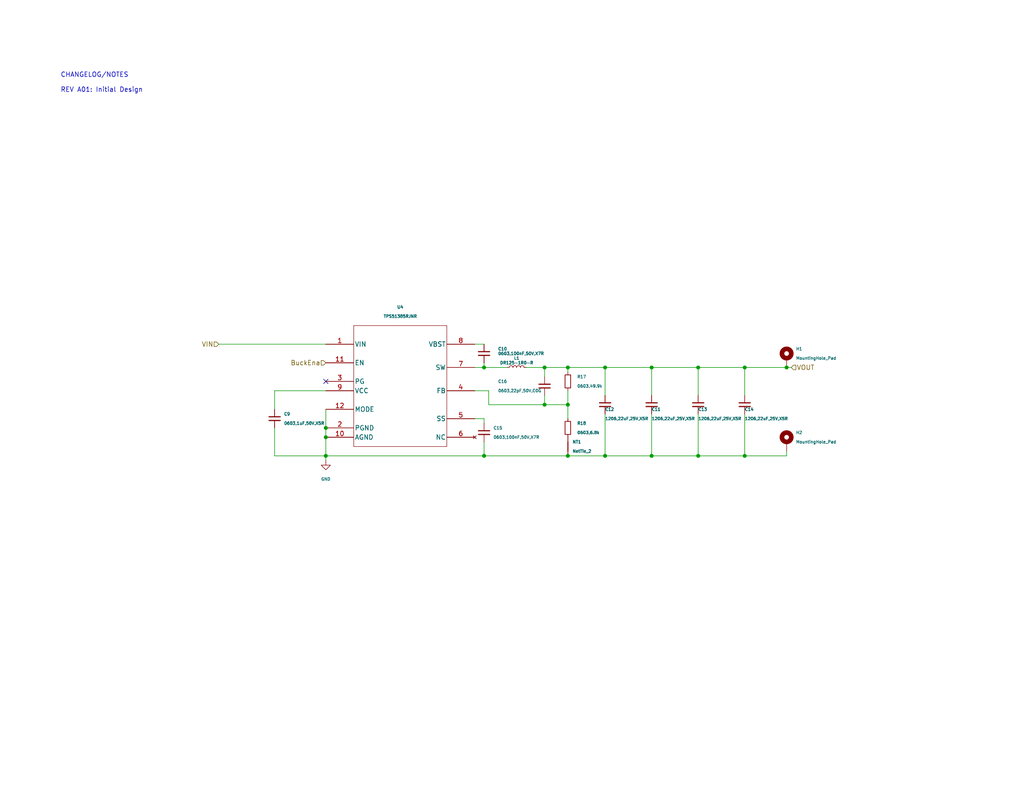
<source format=kicad_sch>
(kicad_sch (version 20230121) (generator eeschema)
  (paper "USLetter")
  (title_block (date "2024-02-03") (rev "A01"))
  (lib_symbols
    (symbol "Device:L_Small" (pin_numbers hide) (pin_names (offset 0.254) hide)
      (property "Reference" "L" (at 0.762 1.016 0))
      (property "Value" "L_Small" (at 0.762 -1.016 0))
      (symbol "L_Small_0_1"
        (arc (start 0 -2.032) (mid 0.5058 -1.524) (end 0 -1.016))
        (arc (start 0 -1.016) (mid 0.5058 -0.508) (end 0 0))
        (arc (start 0 0) (mid 0.5058 0.508) (end 0 1.016))
        (arc (start 0 1.016) (mid 0.5058 1.524) (end 0 2.032))
      )
      (symbol "L_Small_1_1"
        (pin passive line (at 0 2.54 270) (length 0.508) (name "~") (number "1"))
        (pin passive line (at 0 -2.54 90) (length 0.508) (name "~") (number "2"))
      )
    )
    (symbol "Device:NetTie_2" (pin_numbers hide) (pin_names (offset 0) hide) (in_bom no)
      (property "Reference" "NT" (at 0 1.27 0))
      (property "Value" "NetTie_2" (at 0 -1.27 0))
      (symbol "NetTie_2_0_1"
        (polyline (pts (xy -1.27 0) (xy 1.27 0)) (stroke (width 0.254)))
      )
      (symbol "NetTie_2_1_1"
        (pin passive line (at -2.54 0 0) (length 2.54) (name "1") (number "1"))
        (pin passive line (at 2.54 0 180) (length 2.54) (name "2") (number "2"))
      )
    )
    (symbol "Mechanical:MountingHole_Pad" (pin_numbers hide) (pin_names (offset 1.016) hide)
      (property "Reference" "H" (at 0 6.35 0))
      (property "Value" "MountingHole_Pad" (at 0 4.445 0))
      (symbol "MountingHole_Pad_0_1"
        (circle (center 0 1.27) (radius 1.27) (stroke (width 1.27)))
      )
      (symbol "MountingHole_Pad_1_1"
        (pin input line (at 0 -2.54 90) (length 2.54) (name "1") (number "1"))
      )
    )
    (symbol "WS_LCSC_ICs:TPS51385RJNR" (pin_names (offset 0.254))
      (property "Reference" "U" (at 20.32 10.16 0))
      (property "Value" "TPS51385RJNR" (at 20.32 7.62 0))
      (symbol "TPS51385RJNR_0_1"
        (polyline (pts (xy 7.62 -27.94) (xy 33.02 -27.94)) (stroke (width 0.127)))
        (polyline (pts (xy 7.62 5.08) (xy 7.62 -27.94)) (stroke (width 0.127)))
        (polyline (pts (xy 33.02 -27.94) (xy 33.02 5.08)) (stroke (width 0.127)))
        (polyline (pts (xy 33.02 5.08) (xy 7.62 5.08)) (stroke (width 0.127)))
        (pin power_in line (at 0 0 0) (length 7.62) (name "VIN") (number "1"))
        (pin power_out line (at 0 -25.4 0) (length 7.62) (name "AGND") (number "10"))
        (pin input line (at 0 -5.08 0) (length 7.62) (name "EN") (number "11"))
        (pin input line (at 0 -17.78 0) (length 7.62) (name "MODE") (number "12"))
        (pin power_out line (at 0 -22.86 0) (length 7.62) (name "PGND") (number "2"))
        (pin output line (at 0 -10.16 0) (length 7.62) (name "PG") (number "3"))
        (pin input line (at 40.64 -12.7 180) (length 7.62) (name "FB") (number "4"))
        (pin output line (at 40.64 -20.32 180) (length 7.62) (name "SS") (number "5"))
        (pin no_connect line (at 40.64 -25.4 180) (length 7.62) (name "NC") (number "6"))
        (pin output line (at 40.64 -6.35 180) (length 7.62) (name "SW") (number "7"))
        (pin input line (at 40.64 0 180) (length 7.62) (name "VBST") (number "8"))
        (pin output line (at 0 -12.7 0) (length 7.62) (name "VCC") (number "9"))
      )
    )
    (symbol "jlcpcb-basic-capacitor:0402,100nF,16V,X7R "
      (property "Reference" "C" (at 1.71 0.508 0))
      (property "Value" "0402,100nF,16V,X7R " (at 1.71 -1.016 0))
      (symbol "0402,100nF,16V,X7R _0_0"
        (polyline (pts (xy -1.524 -0.508) (xy 1.524 -0.508)) (stroke (width 0.3048)))
        (polyline (pts (xy -1.524 0.508) (xy 1.524 0.508)) (stroke (width 0.3048)))
        (pin passive line (at 0 2.54 270) (length 2.032) (name "~") (number "1"))
        (pin passive line (at 0 -2.54 90) (length 2.032) (name "~") (number "2"))
      )
    )
    (symbol "jlcpcb-basic-capacitor:0402,100nF,50V,X7R "
      (property "Reference" "C" (at 1.71 0.508 0))
      (property "Value" "0402,100nF,50V,X7R " (at 1.71 -1.016 0))
      (symbol "0402,100nF,50V,X7R _0_0"
        (polyline (pts (xy -1.524 -0.508) (xy 1.524 -0.508)) (stroke (width 0.3048)))
        (polyline (pts (xy -1.524 0.508) (xy 1.524 0.508)) (stroke (width 0.3048)))
        (pin passive line (at 0 2.54 270) (length 2.032) (name "~") (number "1"))
        (pin passive line (at 0 -2.54 90) (length 2.032) (name "~") (number "2"))
      )
    )
    (symbol "jlcpcb-basic-capacitor:0402,1uF,25V,X5R "
      (property "Reference" "C" (at 1.71 0.508 0))
      (property "Value" "0402,1uF,25V,X5R " (at 1.71 -1.016 0))
      (symbol "0402,1uF,25V,X5R _0_0"
        (polyline (pts (xy -1.524 -0.508) (xy 1.524 -0.508)) (stroke (width 0.3048)))
        (polyline (pts (xy -1.524 0.508) (xy 1.524 0.508)) (stroke (width 0.3048)))
        (pin passive line (at 0 2.54 270) (length 2.032) (name "~") (number "1"))
        (pin passive line (at 0 -2.54 90) (length 2.032) (name "~") (number "2"))
      )
    )
    (symbol "jlcpcb-basic-capacitor:0402,22pF,50V,C0G "
      (property "Reference" "C" (at 1.71 0.508 0))
      (property "Value" "0402,22pF,50V,C0G " (at 1.71 -1.016 0))
      (symbol "0402,22pF,50V,C0G _0_0"
        (polyline (pts (xy -1.524 -0.508) (xy 1.524 -0.508)) (stroke (width 0.3048)))
        (polyline (pts (xy -1.524 0.508) (xy 1.524 0.508)) (stroke (width 0.3048)))
        (pin passive line (at 0 2.54 270) (length 2.032) (name "~") (number "1"))
        (pin passive line (at 0 -2.54 90) (length 2.032) (name "~") (number "2"))
      )
    )
    (symbol "jlcpcb-basic-capacitor:1206,22uF,25V,X5R "
      (property "Reference" "C" (at 1.71 0.508 0))
      (property "Value" "1206,22uF,25V,X5R " (at 1.71 -1.016 0))
      (symbol "1206,22uF,25V,X5R _0_0"
        (polyline (pts (xy -1.524 -0.508) (xy 1.524 -0.508)) (stroke (width 0.3048)))
        (polyline (pts (xy -1.524 0.508) (xy 1.524 0.508)) (stroke (width 0.3048)))
        (pin passive line (at 0 2.54 270) (length 2.032) (name "~") (number "1"))
        (pin passive line (at 0 -2.54 90) (length 2.032) (name "~") (number "2"))
      )
    )
    (symbol "jlcpcb-basic-resistor:0402,49.9k"
      (property "Reference" "R" (at 0.762 0.508 0))
      (property "Value" "0402,49.9k" (at 0.762 -1.016 0))
      (symbol "0402,49.9k_0_0"
        (rectangle (start -0.762 1.778) (end 0.762 -1.778) (stroke (width 0.2032)))
        (pin passive line (at 0 2.54 270) (length 0.762) (name "~") (number "1"))
        (pin passive line (at 0 -2.54 90) (length 0.762) (name "~") (number "2"))
      )
    )
    (symbol "jlcpcb-basic-resistor:0402,6.8k"
      (property "Reference" "R" (at 0.762 0.508 0))
      (property "Value" "0402,6.8k" (at 0.762 -1.016 0))
      (symbol "0402,6.8k_0_0"
        (rectangle (start -0.762 1.778) (end 0.762 -1.778) (stroke (width 0.2032)))
        (pin passive line (at 0 2.54 270) (length 0.762) (name "~") (number "1"))
        (pin passive line (at 0 -2.54 90) (length 0.762) (name "~") (number "2"))
      )
    )
    (symbol "power:GND" (power) (pin_names (offset 0))
      (property "Value" "GND" (at 0 -3.81 0))
      (symbol "GND_0_1"
        (polyline (pts (xy 0 0) (xy 0 -1.27) (xy 1.27 -1.27) (xy 0 -2.54) (xy -1.27 -1.27) (xy 0 -1.27)))
      )
      (symbol "GND_1_1"
        (pin power_in line (at 0 0 270) (length 0) hide (name "GND") (number "1"))
      )
    )
  )
  (junction (at 132.08 124.46))
  (junction (at 165.1 100.33))
  (junction (at 154.94 110.49))
  (junction (at 132.08 100.33))
  (junction (at 154.94 100.33))
  (junction (at 88.9 124.46))
  (junction (at 190.5 100.33))
  (junction (at 203.2 124.46))
  (junction (at 203.2 100.33))
  (junction (at 190.5 124.46))
  (junction (at 154.94 124.46))
  (junction (at 177.8 100.33))
  (junction (at 88.9 116.84))
  (junction (at 214.63 100.33))
  (junction (at 177.8 124.46))
  (junction (at 148.59 100.33))
  (junction (at 88.9 119.38))
  (junction (at 165.1 124.46))
  (junction (at 148.59 110.49))
  (no_connect (at 88.9 104.14))
  (wire (pts (xy 165.1 107.95) (xy 165.1 100.33)))
  (wire (pts (xy 177.8 100.33) (xy 177.8 107.95)))
  (wire (pts (xy 132.08 99.06) (xy 132.08 100.33)))
  (wire (pts (xy 148.59 110.49) (xy 154.94 110.49)))
  (wire (pts (xy 129.54 93.98) (xy 132.08 93.98)))
  (wire (pts (xy 190.5 113.03) (xy 190.5 124.46)))
  (wire (pts (xy 132.08 100.33) (xy 129.54 100.33)))
  (wire (pts (xy 132.08 124.46) (xy 88.9 124.46)))
  (wire (pts (xy 190.5 100.33) (xy 203.2 100.33)))
  (wire (pts (xy 74.93 124.46) (xy 88.9 124.46)))
  (wire (pts (xy 177.8 100.33) (xy 190.5 100.33)))
  (wire (pts (xy 203.2 124.46) (xy 214.63 124.46)))
  (wire (pts (xy 165.1 113.03) (xy 165.1 124.46)))
  (wire (pts (xy 74.93 106.68) (xy 74.93 111.76)))
  (wire (pts (xy 177.8 113.03) (xy 177.8 124.46)))
  (wire (pts (xy 132.08 124.46) (xy 154.94 124.46)))
  (wire (pts (xy 203.2 113.03) (xy 203.2 124.46)))
  (wire (pts (xy 132.08 114.3) (xy 129.54 114.3)))
  (wire (pts (xy 154.94 100.33) (xy 154.94 101.6)))
  (wire (pts (xy 154.94 110.49) (xy 154.94 114.3)))
  (wire (pts (xy 215.9 100.33) (xy 214.63 100.33)))
  (wire (pts (xy 133.35 110.49) (xy 148.59 110.49)))
  (wire (pts (xy 148.59 100.33) (xy 154.94 100.33)))
  (wire (pts (xy 88.9 111.76) (xy 88.9 116.84)))
  (wire (pts (xy 132.08 100.33) (xy 138.43 100.33)))
  (wire (pts (xy 132.08 120.65) (xy 132.08 124.46)))
  (wire (pts (xy 154.94 106.68) (xy 154.94 110.49)))
  (wire (pts (xy 148.59 100.33) (xy 148.59 102.87)))
  (wire (pts (xy 74.93 106.68) (xy 88.9 106.68)))
  (wire (pts (xy 88.9 116.84) (xy 88.9 119.38)))
  (wire (pts (xy 154.94 124.46) (xy 165.1 124.46)))
  (wire (pts (xy 74.93 116.84) (xy 74.93 124.46)))
  (wire (pts (xy 154.94 100.33) (xy 165.1 100.33)))
  (wire (pts (xy 165.1 100.33) (xy 177.8 100.33)))
  (wire (pts (xy 132.08 115.57) (xy 132.08 114.3)))
  (wire (pts (xy 148.59 107.95) (xy 148.59 110.49)))
  (wire (pts (xy 214.63 124.46) (xy 214.63 123.19)))
  (wire (pts (xy 88.9 119.38) (xy 88.9 124.46)))
  (wire (pts (xy 165.1 124.46) (xy 177.8 124.46)))
  (wire (pts (xy 143.51 100.33) (xy 148.59 100.33)))
  (wire (pts (xy 177.8 124.46) (xy 190.5 124.46)))
  (wire (pts (xy 129.54 106.68) (xy 133.35 106.68)))
  (wire (pts (xy 133.35 106.68) (xy 133.35 110.49)))
  (wire (pts (xy 59.69 93.98) (xy 88.9 93.98)))
  (wire (pts (xy 190.5 100.33) (xy 190.5 107.95)))
  (wire (pts (xy 203.2 100.33) (xy 214.63 100.33)))
  (wire (pts (xy 203.2 124.46) (xy 190.5 124.46)))
  (wire (pts (xy 88.9 125.73) (xy 88.9 124.46)))
  (wire (pts (xy 203.2 100.33) (xy 203.2 107.95)))
  (text "CHANGELOG/NOTES\n\nREV A01: Initial Design\n" (at 16.51 25.4 0) (effects (font (size 1.27 1.27)) (justify left bottom)))
  (hierarchical_label "VIN" (shape input) (at 59.69 93.98 180))
  (hierarchical_label "BuckEna" (shape input) (at 88.9 99.06 180))
  (hierarchical_label "VOUT" (shape input) (at 215.9 100.33 0))
  (symbol (lib_id "Device:L_Small") (at 140.97 100.33 90) (unit 1)
    (property "Reference" "L1" (at 140.97 97.79 90) (effects (font (size 0.8 0.8))))
    (property "Value" "DR125-1R0-R" (at 140.97 99.06 90) (effects (font (size 0.8 0.8))))
    (property "Footprint" "Inductor_SMD:L_Sunlord_MWSA1206S-1R5" (effects hide))
    (property "Datasheet" "https://www.eaton.com/content/dam/eaton/products/electronic-components/resources/data-sheet/eaton-dr-high-power-density-high-efficiency-shielded-drum-core-power-inductors-data-sheet.pdf" (effects hide))
  )
  (symbol (lib_id "jlcpcb-basic-capacitor:1206,22uF,25V,X5R ") (at 177.8 110.49 0) (unit 1)
    (property "Reference" "C11" (at 177.8 111.76 0) (effects (font (size 0.8 0.8)) (justify left)))
    (property "Value" "1206,22uF,25V,X5R " (at 177.8 114.3 0) (effects (font (size 0.8 0.8)) (justify left)))
    (property "Footprint" "C_1206_3216Metric" (effects hide))
    (property "Datasheet" "https://datasheet.lcsc.com/lcsc/1811031514_Samsung-Electro-Mechanics-CL31A226KAHNNNE_C12891.pdf" (effects hide))
    (property "LCSC" "C12891" (effects hide))
    (property "MFG" "Samsung Electro-Mechanics" (effects hide))
    (property "MFGPN" "CL31A226KAHNNNE" (effects hide))
  )
  (symbol (lib_id "jlcpcb-basic-capacitor:1206,22uF,25V,X5R ") (at 165.1 110.49 0) (unit 1)
    (property "Reference" "C12" (at 165.1 111.76 0) (effects (font (size 0.8 0.8)) (justify left)))
    (property "Value" "1206,22uF,25V,X5R " (at 165.1 114.3 0) (effects (font (size 0.8 0.8)) (justify left)))
    (property "Footprint" "C_1206_3216Metric" (effects hide))
    (property "Datasheet" "https://datasheet.lcsc.com/lcsc/1811031514_Samsung-Electro-Mechanics-CL31A226KAHNNNE_C12891.pdf" (effects hide))
    (property "LCSC" "C12891" (effects hide))
    (property "MFG" "Samsung Electro-Mechanics" (effects hide))
    (property "MFGPN" "CL31A226KAHNNNE" (effects hide))
  )
  (symbol (lib_id "Mechanical:MountingHole_Pad") (at 214.63 97.79 0) (unit 1)
    (property "Reference" "H1" (at 217.17 95.25 0) (effects (font (size 0.8 0.8)) (justify left)))
    (property "Value" "MountingHole_Pad" (at 217.17 97.79 0) (effects (font (size 0.8 0.8)) (justify left)))
    (property "Footprint" "Mounting_Wuerth:Mounting_Wuerth_WA-SMSI-M3_H5mm_9774050360" (effects hide))
  )
  (symbol (lib_id "jlcpcb-basic-capacitor:0402,100nF,50V,X7R ") (at 132.08 96.52 0) (unit 1)
    (property "Reference" "C10" (at 135.89 95.25 0) (effects (font (size 0.8 0.8)) (justify left)))
    (property "Value" "0603,100nF,50V,X7R " (at 135.89 96.52 0) (effects (font (size 0.8 0.8)) (justify left)))
    (property "Footprint" "C_0603_1608Metric" (effects hide))
    (property "Datasheet" "https://datasheet.lcsc.com/lcsc/1810191222_Samsung-Electro-Mechanics-CL05B104KB54PNC_C307331.pdf" (effects hide))
    (property "LCSC" "C307331" (effects hide))
    (property "MFG" "Samsung Electro-Mechanics" (effects hide))
    (property "MFGPN" "CL05B104KB54PNC" (effects hide))
  )
  (symbol (lib_id "jlcpcb-basic-capacitor:1206,22uF,25V,X5R ") (at 203.2 110.49 0) (unit 1)
    (property "Reference" "C14" (at 203.2 111.76 0) (effects (font (size 0.8 0.8)) (justify left)))
    (property "Value" "1206,22uF,25V,X5R " (at 203.2 114.3 0) (effects (font (size 0.8 0.8)) (justify left)))
    (property "Footprint" "C_1206_3216Metric" (effects hide))
    (property "Datasheet" "https://datasheet.lcsc.com/lcsc/1811031514_Samsung-Electro-Mechanics-CL31A226KAHNNNE_C12891.pdf" (effects hide))
    (property "LCSC" "C12891" (effects hide))
    (property "MFG" "Samsung Electro-Mechanics" (effects hide))
    (property "MFGPN" "CL31A226KAHNNNE" (effects hide))
  )
  (symbol (lib_id "power:GND") (at 88.9 125.73 0) (unit 1)
    (property "Reference" "#PWR027" (effects hide))
    (property "Value" "GND" (at 88.9 130.81 0) (effects (font (size 0.8 0.8))))
  )
  (symbol (lib_id "jlcpcb-basic-capacitor:0402,22pF,50V,C0G ") (at 148.59 105.41 0) (unit 1)
    (property "Reference" "C16" (at 135.89 104.14 0) (effects (font (size 0.8 0.8)) (justify left)))
    (property "Value" "0603,22pF,50V,C0G " (at 135.89 106.68 0) (effects (font (size 0.8 0.8)) (justify left)))
    (property "Footprint" "C_0603_1608Metric" (effects hide))
    (property "Datasheet" "https://datasheet.lcsc.com/lcsc/1811141710_FH-Guangdong-Fenghua-Advanced-Tech-0402CG220J500NT_C1555.pdf" (effects hide))
    (property "LCSC" "C1555" (effects hide))
    (property "MFG" "FH(Guangdong Fenghua Advanced Tech)" (effects hide))
    (property "MFGPN" "0402CG220J500NT" (effects hide))
  )
  (symbol (lib_id "jlcpcb-basic-capacitor:0402,1uF,25V,X5R ") (at 74.93 114.3 0) (unit 1)
    (property "Reference" "C9" (at 77.47 113.03 0) (effects (font (size 0.8 0.8)) (justify left)))
    (property "Value" "0603,1uF,50V,X5R " (at 77.47 115.57 0) (effects (font (size 0.8 0.8)) (justify left)))
    (property "Footprint" "C_0603_1608Metric" (effects hide))
    (property "Datasheet" "https://datasheet.lcsc.com/lcsc/1811091611_Samsung-Electro-Mechanics-CL05A105KA5NQNC_C52923.pdf" (effects hide))
    (property "LCSC" "C52923" (effects hide))
    (property "MFG" "Samsung Electro-Mechanics" (effects hide))
    (property "MFGPN" "CL05A105KA5NQNC" (effects hide))
  )
  (symbol (lib_id "jlcpcb-basic-resistor:0402,49.9k") (at 154.94 104.14 0) (unit 1)
    (property "Reference" "R17" (at 157.48 102.87 0) (effects (font (size 0.8 0.8)) (justify left)))
    (property "Value" "0603,49.9k" (at 157.48 105.41 0) (effects (font (size 0.8 0.8)) (justify left)))
    (property "Footprint" "Resistor_SMD:R_0603_1608Metric" (effects hide))
    (property "Datasheet" "https://datasheet.lcsc.com/lcsc/2110260030_UNI-ROYAL-Uniroyal-Elec-0402WGF4992TCE_C25897.pdf" (effects hide))
    (property "LCSC" "C25897" (effects hide))
    (property "MFG" "UNI-ROYAL(Uniroyal Elec)" (effects hide))
    (property "MFGPN" "0402WGF4992TCE" (effects hide))
  )
  (symbol (lib_id "WS_LCSC_ICs:TPS51385RJNR") (at 88.9 93.98 0) (unit 1)
    (property "Reference" "U4" (at 109.22 83.82 0) (effects (font (size 0.8 0.8))))
    (property "Value" "TPS51385RJNR" (at 109.22 86.36 0) (effects (font (size 0.8 0.8))))
    (property "Footprint" "VQFN-HR12_RJN_TEX" (effects hide))
    (property "Datasheet" "TPS51385RJNR" (effects hide))
  )
  (symbol (lib_id "Device:NetTie_2") (at 154.94 121.92 90) (unit 1) (in_bom no)
    (property "Reference" "NT1" (at 156.21 120.65 90) (effects (font (size 0.8 0.8)) (justify right)))
    (property "Value" "NetTie_2" (at 156.21 123.19 90) (effects (font (size 0.8 0.8)) (justify right)))
    (property "Footprint" "NetTie:NetTie-2_SMD_Pad0.5mm" (effects hide))
  )
  (symbol (lib_id "jlcpcb-basic-capacitor:0402,100nF,16V,X7R ") (at 132.08 118.11 0) (unit 1)
    (property "Reference" "C15" (at 134.62 116.84 0) (effects (font (size 0.8 0.8)) (justify left)))
    (property "Value" "0603,100nF,50V,X7R " (at 134.62 119.38 0) (effects (font (size 0.8 0.8)) (justify left)))
    (property "Footprint" "C_0603_1608Metric" (effects hide))
    (property "Datasheet" "https://datasheet.lcsc.com/lcsc/1810191219_Samsung-Electro-Mechanics-CL05B104KO5NNNC_C1525.pdf" (effects hide))
    (property "LCSC" "C1525" (effects hide))
    (property "MFG" "Samsung Electro-Mechanics" (effects hide))
    (property "MFGPN" "CL05B104KO5NNNC" (effects hide))
  )
  (symbol (lib_id "jlcpcb-basic-resistor:0402,6.8k") (at 154.94 116.84 0) (unit 1)
    (property "Reference" "R18" (at 157.48 115.57 0) (effects (font (size 0.8 0.8)) (justify left)))
    (property "Value" "0603,6.8k" (at 157.48 118.11 0) (effects (font (size 0.8 0.8)) (justify left)))
    (property "Footprint" "Resistor_SMD:R_0603_1608Metric" (effects hide))
    (property "Datasheet" "https://datasheet.lcsc.com/lcsc/2110260130_UNI-ROYAL-Uniroyal-Elec-0402WGF6801TCE_C25917.pdf" (effects hide))
    (property "LCSC" "C25917" (effects hide))
    (property "MFG" "UNI-ROYAL(Uniroyal Elec)" (effects hide))
    (property "MFGPN" "0402WGF6801TCE" (effects hide))
  )
  (symbol (lib_id "jlcpcb-basic-capacitor:1206,22uF,25V,X5R ") (at 190.5 110.49 0) (unit 1)
    (property "Reference" "C13" (at 190.5 111.76 0) (effects (font (size 0.8 0.8)) (justify left)))
    (property "Value" "1206,22uF,25V,X5R " (at 190.5 114.3 0) (effects (font (size 0.8 0.8)) (justify left)))
    (property "Footprint" "C_1206_3216Metric" (effects hide))
    (property "Datasheet" "https://datasheet.lcsc.com/lcsc/1811031514_Samsung-Electro-Mechanics-CL31A226KAHNNNE_C12891.pdf" (effects hide))
    (property "LCSC" "C12891" (effects hide))
    (property "MFG" "Samsung Electro-Mechanics" (effects hide))
    (property "MFGPN" "CL31A226KAHNNNE" (effects hide))
  )
  (symbol (lib_id "Mechanical:MountingHole_Pad") (at 214.63 120.65 0) (unit 1)
    (property "Reference" "H2" (at 217.17 118.11 0) (effects (font (size 0.8 0.8)) (justify left)))
    (property "Value" "MountingHole_Pad" (at 217.17 120.65 0) (effects (font (size 0.8 0.8)) (justify left)))
    (property "Footprint" "Mounting_Wuerth:Mounting_Wuerth_WA-SMSI-M3_H5mm_9774050360" (effects hide))
  )
)
</source>
